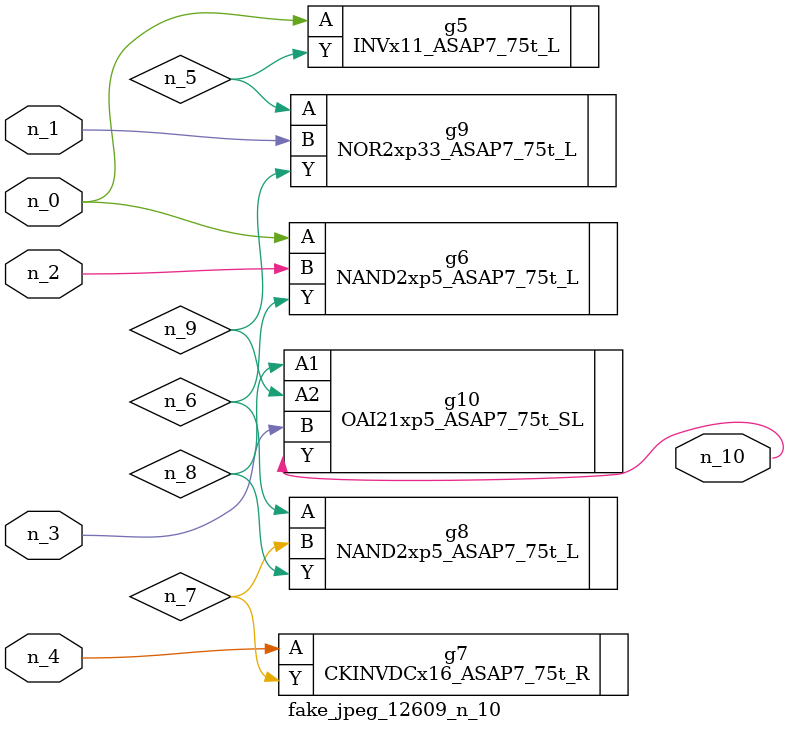
<source format=v>
module fake_jpeg_12609_n_10 (n_3, n_2, n_1, n_0, n_4, n_10);

input n_3;
input n_2;
input n_1;
input n_0;
input n_4;

output n_10;

wire n_8;
wire n_9;
wire n_6;
wire n_5;
wire n_7;

INVx11_ASAP7_75t_L g5 ( 
.A(n_0),
.Y(n_5)
);

NAND2xp5_ASAP7_75t_L g6 ( 
.A(n_0),
.B(n_2),
.Y(n_6)
);

CKINVDCx16_ASAP7_75t_R g7 ( 
.A(n_4),
.Y(n_7)
);

NAND2xp5_ASAP7_75t_L g8 ( 
.A(n_6),
.B(n_7),
.Y(n_8)
);

OAI21xp5_ASAP7_75t_SL g10 ( 
.A1(n_8),
.A2(n_9),
.B(n_3),
.Y(n_10)
);

NOR2xp33_ASAP7_75t_L g9 ( 
.A(n_5),
.B(n_1),
.Y(n_9)
);


endmodule
</source>
